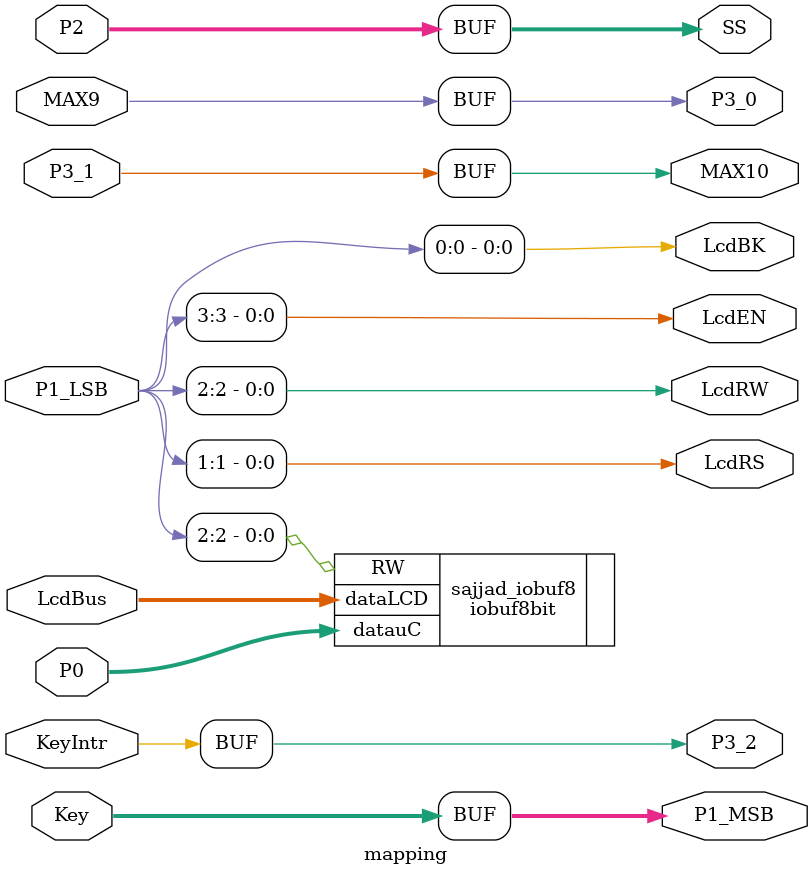
<source format=v>
module mapping(P0,
					P1_LSB,
					P1_MSB,
					P3_2,
					LcdBus,
					LcdRS,
					LcdRW,
					LcdEN,
					LcdBK,
					Key,
					KeyIntr,
					P3_0,
					P3_1,
					MAX9,
					MAX10,
					P2,
					SS
					);


inout [7:0] P0;
input [3:0] P1_LSB;
inout [7:0] LcdBus;
output [3:0] P1_MSB;
output P3_2;
output LcdRS;
output LcdRW;
output LcdEN;
output LcdBK;
input [3:0] Key;
input KeyIntr;
output P3_0;
input P3_1;
output MAX10;
input MAX9;

input [7:0] P2;
output [7:0] SS;
assign LcdBK = P1_LSB[0];
assign LcdRS = P1_LSB[1];
assign LcdRW = P1_LSB[2];
assign LcdEN = P1_LSB[3];

assign P1_MSB = Key;
assign P3_2	= KeyIntr;

assign MAX10 = P3_1;
assign P3_0 = MAX9;

assign SS = P2;

// Instantiate the module
iobuf8bit sajjad_iobuf8 (
    .dataLCD(LcdBus), 
    .datauC(P0), 
    .RW(LcdRW)
    );
endmodule
</source>
